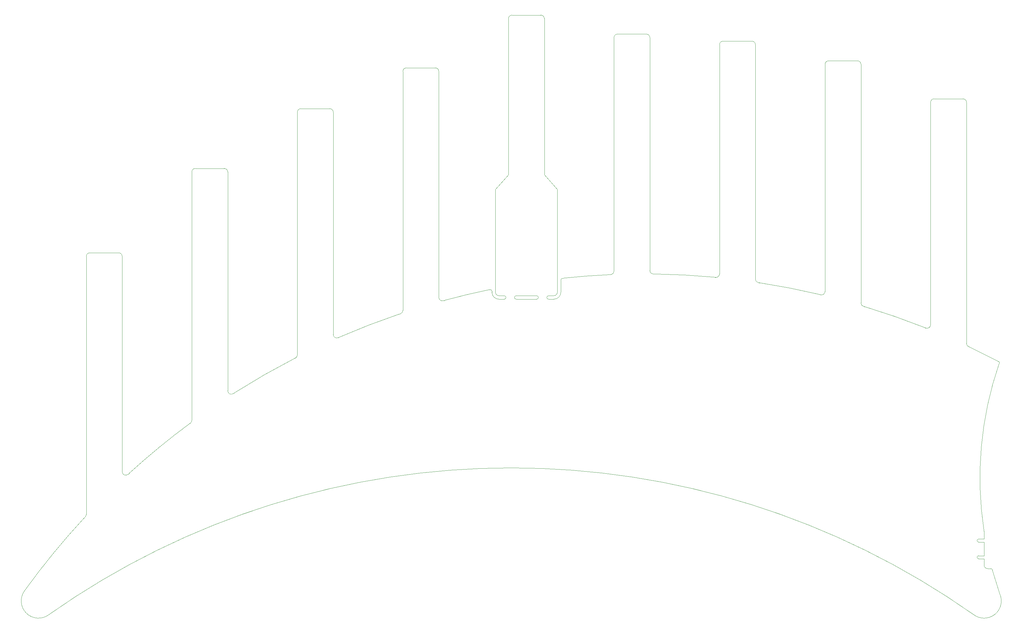
<source format=gbr>
%TF.GenerationSoftware,KiCad,Pcbnew,5.1.10-88a1d61d58~90~ubuntu20.04.1*%
%TF.CreationDate,2021-11-19T20:23:52-08:00*%
%TF.ProjectId,menorah555a,6d656e6f-7261-4683-9535-35612e6b6963,A*%
%TF.SameCoordinates,Original*%
%TF.FileFunction,Profile,NP*%
%FSLAX46Y46*%
G04 Gerber Fmt 4.6, Leading zero omitted, Abs format (unit mm)*
G04 Created by KiCad (PCBNEW 5.1.10-88a1d61d58~90~ubuntu20.04.1) date 2021-11-19 20:23:52*
%MOMM*%
%LPD*%
G01*
G04 APERTURE LIST*
%TA.AperFunction,Profile*%
%ADD10C,0.050000*%
%TD*%
G04 APERTURE END LIST*
D10*
X197600000Y-133200000D02*
X203400000Y-133200000D01*
X197600000Y-134200000D02*
X203400000Y-134200000D01*
X192700000Y-134200000D02*
X194200000Y-134200000D01*
X206800000Y-134200000D02*
X208300000Y-134200000D01*
X192700000Y-133200000D02*
X194200000Y-133200000D01*
X197600000Y-134200000D02*
G75*
G02*
X197600000Y-133200000I0J500000D01*
G01*
X203400000Y-133200000D02*
G75*
G02*
X203400000Y-134200000I0J-500000D01*
G01*
X206800000Y-134200000D02*
G75*
G02*
X206800000Y-133200000I0J500000D01*
G01*
X194200000Y-133200000D02*
G75*
G02*
X194200000Y-134200000I0J-500000D01*
G01*
X330600000Y-208000000D02*
X330600000Y-209800000D01*
X330600000Y-203250000D02*
X330600000Y-207149000D01*
X329030000Y-203249000D02*
G75*
G02*
X329030000Y-202399000I0J425000D01*
G01*
X329030000Y-203249000D02*
X330600000Y-203249000D01*
X329030000Y-202399000D02*
X330600000Y-202399000D01*
X329030000Y-207999000D02*
G75*
G02*
X329030000Y-207149000I0J425000D01*
G01*
X329030000Y-207149000D02*
X330600000Y-207149000D01*
X329030000Y-207999000D02*
X330600000Y-207999000D01*
X334473216Y-151784307D02*
X334841394Y-151986459D01*
X326209269Y-147680505D02*
X326340000Y-147740000D01*
X334473217Y-151784307D02*
G75*
G03*
X326340000Y-147740000I-100603217J-192115693D01*
G01*
X313693401Y-142252243D02*
X313977382Y-142376308D01*
X296341181Y-136225926D02*
X296540000Y-136280000D01*
X313693401Y-142252243D02*
G75*
G03*
X296540000Y-136280000I-79823401J-201647757D01*
G01*
X283817199Y-132845881D02*
X284141181Y-132935926D01*
X266392088Y-129478148D02*
X266730000Y-129520000D01*
X283817199Y-132845881D02*
G75*
G03*
X266730000Y-129520000I-49947199J-211054119D01*
G01*
X253945960Y-127939407D02*
X254312844Y-127986195D01*
X236634899Y-127029391D02*
X236940000Y-127030000D01*
X253945960Y-127939408D02*
G75*
G03*
X236940000Y-127030000I-20075960J-215960592D01*
G01*
X224310641Y-127212249D02*
X224573648Y-127204808D01*
X211100000Y-128200000D02*
X210713176Y-128247596D01*
X224310641Y-127212249D02*
G75*
G03*
X211100000Y-128200000I9559359J-216687751D01*
G01*
X210713176Y-128247596D02*
G75*
G03*
X210300000Y-128740000I86824J-492404D01*
G01*
X189818328Y-131513618D02*
X190070590Y-131457037D01*
X190070590Y-131457037D02*
G75*
G02*
X190700000Y-131940000I129410J-482963D01*
G01*
X177300000Y-134500000D02*
X176925568Y-134605519D01*
X189818328Y-131513619D02*
G75*
G03*
X177300000Y-134500000I44051672J-212386381D01*
G01*
X147100000Y-145100000D02*
X147022618Y-145136308D01*
X164658819Y-138335926D02*
X164398003Y-138414929D01*
X164398003Y-138414928D02*
G75*
G03*
X147100000Y-145100000I69471997J-205485072D01*
G01*
X117400000Y-160900000D02*
X117229320Y-161007146D01*
X134929919Y-150858048D02*
X134801847Y-150922131D01*
X134801848Y-150922131D02*
G75*
G03*
X117400000Y-160900000I99088152J-192977869D01*
G01*
X104841866Y-169519312D02*
X104929919Y-169458048D01*
X75069131Y-196113145D02*
X74841689Y-196355905D01*
X87600000Y-183700000D02*
X87294658Y-183979340D01*
X313977382Y-142376308D02*
G75*
G03*
X315400000Y-141470000I422618J906308D01*
G01*
X284141181Y-132935926D02*
G75*
G03*
X285400000Y-131970000I258819J965926D01*
G01*
X254312844Y-127986195D02*
G75*
G03*
X255400000Y-126990000I87156J996195D01*
G01*
X224573648Y-127204808D02*
G75*
G03*
X225400000Y-126220000I-173648J984808D01*
G01*
X164658819Y-138335926D02*
G75*
G03*
X165400000Y-137370000I-258819J965926D01*
G01*
X134929919Y-150858048D02*
G75*
G03*
X135400000Y-150010000I-529919J848048D01*
G01*
X326209269Y-147680505D02*
G75*
G02*
X325600000Y-146760000I390731J920505D01*
G01*
X296341181Y-136225926D02*
G75*
G02*
X295600000Y-135260000I258819J965926D01*
G01*
X266392088Y-129478148D02*
G75*
G02*
X265600000Y-128500000I207912J978148D01*
G01*
X236634899Y-127029391D02*
G75*
G02*
X235600000Y-126030000I-34899J999391D01*
G01*
X176925568Y-134605519D02*
G75*
G02*
X175600000Y-133660000I-325568J945519D01*
G01*
X147022618Y-145136308D02*
G75*
G02*
X145600000Y-144230000I-422618J906308D01*
G01*
X117229320Y-161007146D02*
G75*
G02*
X115600000Y-160230000I-629320J777146D01*
G01*
X104929919Y-169458048D02*
G75*
G03*
X105400000Y-168610000I-529919J848048D01*
G01*
X87294658Y-183979340D02*
G75*
G02*
X85600000Y-183260000I-694658J719340D01*
G01*
X75069131Y-196113145D02*
G75*
G03*
X75400000Y-195370000I-669131J743145D01*
G01*
X74841689Y-196355905D02*
G75*
G03*
X57824000Y-217136000I158968311J-147544095D01*
G01*
X210300000Y-132200000D02*
X210300000Y-128740000D01*
X190700000Y-132200000D02*
X190700000Y-131940000D01*
X210300000Y-132200000D02*
G75*
G02*
X208300000Y-134200000I-2000000J0D01*
G01*
X192700000Y-134200000D02*
G75*
G02*
X190700000Y-132200000I0J2000000D01*
G01*
X209300000Y-132200000D02*
G75*
G02*
X208300000Y-133200000I-1000000J0D01*
G01*
X192700000Y-133200000D02*
G75*
G02*
X191700000Y-132200000I0J1000000D01*
G01*
X330600000Y-209800000D02*
G75*
G03*
X331600000Y-210800000I1000000J0D01*
G01*
X332889778Y-211022354D02*
X332963500Y-211270827D01*
X332889778Y-211022354D02*
G75*
G03*
X332600000Y-210800000I-289778J-77646D01*
G01*
X331600000Y-210800000D02*
X332600000Y-210800000D01*
X332963500Y-211270827D02*
G75*
G03*
X335030000Y-217906000I96036500J26270827D01*
G01*
X334963541Y-152291394D02*
X334868155Y-152553185D01*
X330600000Y-202399000D02*
X330600000Y-200200000D01*
X334963541Y-152291394D02*
G75*
G03*
X334841394Y-151986459I-213541J91394D01*
G01*
X327511852Y-223813089D02*
X327603497Y-223876946D01*
X64764915Y-223901327D02*
X64850309Y-223837228D01*
X64764915Y-223901326D02*
G75*
G02*
X57824000Y-217136000I-2964915J3901326D01*
G01*
X327603497Y-223876946D02*
G75*
G03*
X335030000Y-217906000I2996503J3876946D01*
G01*
X334868155Y-152553185D02*
G75*
G03*
X330600000Y-200200000I94131845J-32446815D01*
G01*
X104841866Y-169519312D02*
G75*
G03*
X87600000Y-183700000I128968134J-174380688D01*
G01*
X327511852Y-223813090D02*
G75*
G03*
X64850000Y-223840000I-131311852J-186186910D01*
G01*
X285400000Y-67400000D02*
G75*
G02*
X286400000Y-66400000I1000000J0D01*
G01*
X325600000Y-78200000D02*
X325600000Y-146760000D01*
X235600000Y-59800000D02*
X235600000Y-126030000D01*
X234600000Y-58800000D02*
G75*
G02*
X235600000Y-59800000I0J-1000000D01*
G01*
X226400000Y-58800000D02*
X234600000Y-58800000D01*
X225400000Y-59800000D02*
G75*
G02*
X226400000Y-58800000I1000000J0D01*
G01*
X225400000Y-126220000D02*
X225400000Y-59800000D01*
X286400000Y-66400000D02*
X294600000Y-66400000D01*
X315400000Y-78200000D02*
G75*
G02*
X316400000Y-77200000I1000000J0D01*
G01*
X315400000Y-141470000D02*
X315400000Y-78200000D01*
X264600000Y-60800000D02*
G75*
G02*
X265600000Y-61800000I0J-1000000D01*
G01*
X316400000Y-77200000D02*
X324600000Y-77200000D01*
X265600000Y-61800000D02*
X265600000Y-128500000D01*
X295600000Y-67400000D02*
X295600000Y-135260000D01*
X324600000Y-77200000D02*
G75*
G02*
X325600000Y-78200000I0J-1000000D01*
G01*
X255400000Y-126990000D02*
X255400000Y-61800000D01*
X285400000Y-131970000D02*
X285400000Y-67400000D01*
X256400000Y-60800000D02*
X264600000Y-60800000D01*
X294600000Y-66400000D02*
G75*
G02*
X295600000Y-67400000I0J-1000000D01*
G01*
X255400000Y-61800000D02*
G75*
G02*
X256400000Y-60800000I1000000J0D01*
G01*
X165400000Y-69400000D02*
G75*
G02*
X166400000Y-68400000I1000000J0D01*
G01*
X166400000Y-68400000D02*
X174600000Y-68400000D01*
X175600000Y-69400000D02*
X175600000Y-133660000D01*
X165400000Y-137370000D02*
X165400000Y-69400000D01*
X174600000Y-68400000D02*
G75*
G02*
X175600000Y-69400000I0J-1000000D01*
G01*
X145600000Y-81000000D02*
X145600000Y-144230000D01*
X144600000Y-80000000D02*
G75*
G02*
X145600000Y-81000000I0J-1000000D01*
G01*
X136400000Y-80000000D02*
X144600000Y-80000000D01*
X135400000Y-81000000D02*
G75*
G02*
X136400000Y-80000000I1000000J0D01*
G01*
X135400000Y-150010000D02*
X135400000Y-81000000D01*
X115600000Y-98000000D02*
X115600000Y-160230000D01*
X114600000Y-97000000D02*
G75*
G02*
X115600000Y-98000000I0J-1000000D01*
G01*
X106400000Y-97000000D02*
X114600000Y-97000000D01*
X105400000Y-98000000D02*
G75*
G02*
X106400000Y-97000000I1000000J0D01*
G01*
X105400000Y-168610000D02*
X105400000Y-98000000D01*
X205600000Y-98800000D02*
X209300000Y-103000000D01*
X205600000Y-54400000D02*
X205600000Y-98800000D01*
X195400000Y-98800000D02*
X191700000Y-103000000D01*
X195400000Y-54400000D02*
X195400000Y-98800000D01*
X204600000Y-53400000D02*
G75*
G02*
X205600000Y-54400000I0J-1000000D01*
G01*
X196400000Y-53400000D02*
X204600000Y-53400000D01*
X195400000Y-54400000D02*
G75*
G02*
X196400000Y-53400000I1000000J0D01*
G01*
X209300000Y-103000000D02*
X209300000Y-132200000D01*
X206800000Y-133200000D02*
X208300000Y-133200000D01*
X191700000Y-103000000D02*
X191700000Y-132200000D01*
X84600000Y-121000000D02*
G75*
G02*
X85600000Y-122000000I0J-1000000D01*
G01*
X75400000Y-122000000D02*
G75*
G02*
X76400000Y-121000000I1000000J0D01*
G01*
X75400000Y-195370000D02*
X75400000Y-122000000D01*
X85600000Y-122000000D02*
X85600000Y-183260000D01*
X76400000Y-121000000D02*
X84600000Y-121000000D01*
M02*

</source>
